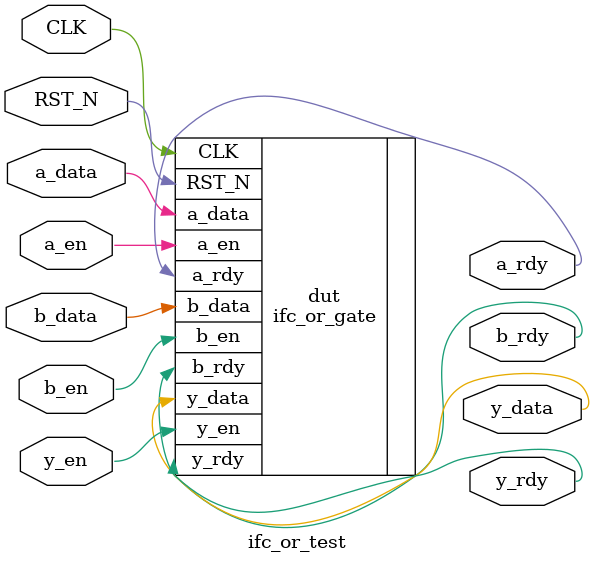
<source format=sv>
module ifc_or_test(
    input  logic CLK,
    input  logic RST_N,
    input  logic a_data,
    input  logic a_en,
    input  logic b_data,
    input  logic b_en,
    input  logic y_en,
    output logic a_rdy,
    output logic b_rdy,
    output logic y_data,
    output logic y_rdy
);


ifc_or_gate dut (
    .CLK(CLK),
    .RST_N(RST_N),
    .a_data(a_data),
    .a_en(a_en),
    .b_data(b_data),
    .b_en(b_en),
    .y_en(y_en),
    .a_rdy(a_rdy),
    .b_rdy(b_rdy),
    .y_data(y_data),
    .y_rdy(y_rdy)
);

initial begin
        $dumpfile("ifc_waves.vcd");
        $dumpvars;
end

endmodule
</source>
